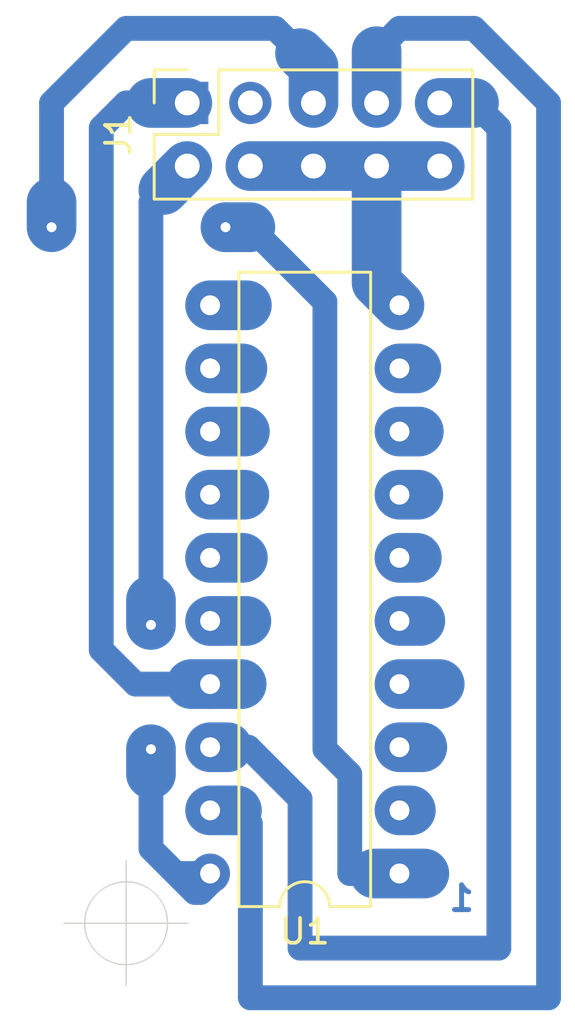
<source format=kicad_pcb>
(kicad_pcb (version 20171130) (host pcbnew 5.1.9)

  (general
    (thickness 1.6)
    (drawings 13)
    (tracks 85)
    (zones 0)
    (modules 2)
    (nets 22)
  )

  (page A4)
  (layers
    (0 F.Cu signal)
    (31 B.Cu signal)
    (32 B.Adhes user)
    (33 F.Adhes user)
    (34 B.Paste user)
    (35 F.Paste user)
    (36 B.SilkS user)
    (37 F.SilkS user)
    (38 B.Mask user)
    (39 F.Mask user)
    (40 Dwgs.User user)
    (41 Cmts.User user)
    (42 Eco1.User user)
    (43 Eco2.User user)
    (44 Edge.Cuts user)
    (45 Margin user)
    (46 B.CrtYd user)
    (47 F.CrtYd user)
    (48 B.Fab user)
    (49 F.Fab user)
  )

  (setup
    (last_trace_width 0.25)
    (user_trace_width 0.5)
    (user_trace_width 1)
    (user_trace_width 2)
    (trace_clearance 0.2)
    (zone_clearance 0.508)
    (zone_45_only no)
    (trace_min 0.2)
    (via_size 0.8)
    (via_drill 0.4)
    (via_min_size 0.4)
    (via_min_drill 0.3)
    (uvia_size 0.3)
    (uvia_drill 0.1)
    (uvias_allowed no)
    (uvia_min_size 0.2)
    (uvia_min_drill 0.1)
    (edge_width 0.05)
    (segment_width 0.2)
    (pcb_text_width 0.3)
    (pcb_text_size 1.5 1.5)
    (mod_edge_width 0.12)
    (mod_text_size 1 1)
    (mod_text_width 0.15)
    (pad_size 1.524 1.524)
    (pad_drill 0.762)
    (pad_to_mask_clearance 0)
    (aux_axis_origin 0 0)
    (visible_elements FFFFFF7F)
    (pcbplotparams
      (layerselection 0x00840_fffffffe)
      (usegerberextensions false)
      (usegerberattributes true)
      (usegerberadvancedattributes true)
      (creategerberjobfile true)
      (excludeedgelayer true)
      (linewidth 0.100000)
      (plotframeref false)
      (viasonmask false)
      (mode 1)
      (useauxorigin false)
      (hpglpennumber 1)
      (hpglpenspeed 20)
      (hpglpendiameter 15.000000)
      (psnegative false)
      (psa4output false)
      (plotreference true)
      (plotvalue true)
      (plotinvisibletext false)
      (padsonsilk false)
      (subtractmaskfromsilk false)
      (outputformat 1)
      (mirror false)
      (drillshape 0)
      (scaleselection 1)
      (outputdirectory "Gerber/"))
  )

  (net 0 "")
  (net 1 /GND)
  (net 2 /MISO)
  (net 3 /SCK)
  (net 4 /RESET)
  (net 5 "Net-(J1-Pad3)")
  (net 6 /+5V)
  (net 7 /MOSI)
  (net 8 "Net-(U1-Pad9)")
  (net 9 "Net-(U1-Pad8)")
  (net 10 "Net-(U1-Pad7)")
  (net 11 "Net-(U1-Pad16)")
  (net 12 "Net-(U1-Pad6)")
  (net 13 "Net-(U1-Pad15)")
  (net 14 "Net-(U1-Pad5)")
  (net 15 "Net-(U1-Pad14)")
  (net 16 "Net-(U1-Pad4)")
  (net 17 "Net-(U1-Pad13)")
  (net 18 "Net-(U1-Pad3)")
  (net 19 "Net-(U1-Pad12)")
  (net 20 "Net-(U1-Pad2)")
  (net 21 "Net-(U1-Pad11)")

  (net_class Default "This is the default net class."
    (clearance 0.2)
    (trace_width 0.25)
    (via_dia 0.8)
    (via_drill 0.4)
    (uvia_dia 0.3)
    (uvia_drill 0.1)
    (add_net /+5V)
    (add_net /GND)
    (add_net /MISO)
    (add_net /MOSI)
    (add_net /RESET)
    (add_net /SCK)
    (add_net "Net-(J1-Pad3)")
    (add_net "Net-(U1-Pad11)")
    (add_net "Net-(U1-Pad12)")
    (add_net "Net-(U1-Pad13)")
    (add_net "Net-(U1-Pad14)")
    (add_net "Net-(U1-Pad15)")
    (add_net "Net-(U1-Pad16)")
    (add_net "Net-(U1-Pad2)")
    (add_net "Net-(U1-Pad3)")
    (add_net "Net-(U1-Pad4)")
    (add_net "Net-(U1-Pad5)")
    (add_net "Net-(U1-Pad6)")
    (add_net "Net-(U1-Pad7)")
    (add_net "Net-(U1-Pad8)")
    (add_net "Net-(U1-Pad9)")
  )

  (module Package_DIP:DIP-20_W7.62mm (layer F.Cu) (tedit 5A02E8C5) (tstamp 608771A4)
    (at 141 115 180)
    (descr "20-lead though-hole mounted DIP package, row spacing 7.62 mm (300 mils)")
    (tags "THT DIP DIL PDIP 2.54mm 7.62mm 300mil")
    (path /60874877)
    (fp_text reference U1 (at 3.81 -2.33) (layer F.SilkS)
      (effects (font (size 1 1) (thickness 0.15)))
    )
    (fp_text value ATtiny2313-20PU (at 3.81 25.19) (layer F.Fab)
      (effects (font (size 1 1) (thickness 0.15)))
    )
    (fp_line (start 1.635 -1.27) (end 6.985 -1.27) (layer F.Fab) (width 0.1))
    (fp_line (start 6.985 -1.27) (end 6.985 24.13) (layer F.Fab) (width 0.1))
    (fp_line (start 6.985 24.13) (end 0.635 24.13) (layer F.Fab) (width 0.1))
    (fp_line (start 0.635 24.13) (end 0.635 -0.27) (layer F.Fab) (width 0.1))
    (fp_line (start 0.635 -0.27) (end 1.635 -1.27) (layer F.Fab) (width 0.1))
    (fp_line (start 2.81 -1.33) (end 1.16 -1.33) (layer F.SilkS) (width 0.12))
    (fp_line (start 1.16 -1.33) (end 1.16 24.19) (layer F.SilkS) (width 0.12))
    (fp_line (start 1.16 24.19) (end 6.46 24.19) (layer F.SilkS) (width 0.12))
    (fp_line (start 6.46 24.19) (end 6.46 -1.33) (layer F.SilkS) (width 0.12))
    (fp_line (start 6.46 -1.33) (end 4.81 -1.33) (layer F.SilkS) (width 0.12))
    (fp_line (start -1.1 -1.55) (end -1.1 24.4) (layer F.CrtYd) (width 0.05))
    (fp_line (start -1.1 24.4) (end 8.7 24.4) (layer F.CrtYd) (width 0.05))
    (fp_line (start 8.7 24.4) (end 8.7 -1.55) (layer F.CrtYd) (width 0.05))
    (fp_line (start 8.7 -1.55) (end -1.1 -1.55) (layer F.CrtYd) (width 0.05))
    (fp_text user %R (at 3.81 11.43) (layer F.Fab)
      (effects (font (size 1 1) (thickness 0.15)))
    )
    (fp_arc (start 3.81 -1.33) (end 2.81 -1.33) (angle -180) (layer F.SilkS) (width 0.12))
    (pad 20 thru_hole oval (at 7.62 0 180) (size 1.6 1.6) (drill 0.8) (layers *.Cu *.Mask)
      (net 6 /+5V))
    (pad 10 thru_hole oval (at 0 22.86 180) (size 1.6 1.6) (drill 0.8) (layers *.Cu *.Mask)
      (net 1 /GND))
    (pad 19 thru_hole oval (at 7.62 2.54 180) (size 1.6 1.6) (drill 0.8) (layers *.Cu *.Mask)
      (net 3 /SCK))
    (pad 9 thru_hole oval (at 0 20.32 180) (size 1.6 1.6) (drill 0.8) (layers *.Cu *.Mask)
      (net 8 "Net-(U1-Pad9)"))
    (pad 18 thru_hole oval (at 7.62 5.08 180) (size 1.6 1.6) (drill 0.8) (layers *.Cu *.Mask)
      (net 2 /MISO))
    (pad 8 thru_hole oval (at 0 17.78 180) (size 1.6 1.6) (drill 0.8) (layers *.Cu *.Mask)
      (net 9 "Net-(U1-Pad8)"))
    (pad 17 thru_hole oval (at 7.62 7.62 180) (size 1.6 1.6) (drill 0.8) (layers *.Cu *.Mask)
      (net 7 /MOSI))
    (pad 7 thru_hole oval (at 0 15.24 180) (size 1.6 1.6) (drill 0.8) (layers *.Cu *.Mask)
      (net 10 "Net-(U1-Pad7)"))
    (pad 16 thru_hole oval (at 7.62 10.16 180) (size 1.6 1.6) (drill 0.8) (layers *.Cu *.Mask)
      (net 11 "Net-(U1-Pad16)"))
    (pad 6 thru_hole oval (at 0 12.7 180) (size 1.6 1.6) (drill 0.8) (layers *.Cu *.Mask)
      (net 12 "Net-(U1-Pad6)"))
    (pad 15 thru_hole oval (at 7.62 12.7 180) (size 1.6 1.6) (drill 0.8) (layers *.Cu *.Mask)
      (net 13 "Net-(U1-Pad15)"))
    (pad 5 thru_hole oval (at 0 10.16 180) (size 1.6 1.6) (drill 0.8) (layers *.Cu *.Mask)
      (net 14 "Net-(U1-Pad5)"))
    (pad 14 thru_hole oval (at 7.62 15.24 180) (size 1.6 1.6) (drill 0.8) (layers *.Cu *.Mask)
      (net 15 "Net-(U1-Pad14)"))
    (pad 4 thru_hole oval (at 0 7.62 180) (size 1.6 1.6) (drill 0.8) (layers *.Cu *.Mask)
      (net 16 "Net-(U1-Pad4)"))
    (pad 13 thru_hole oval (at 7.62 17.78 180) (size 1.6 1.6) (drill 0.8) (layers *.Cu *.Mask)
      (net 17 "Net-(U1-Pad13)"))
    (pad 3 thru_hole oval (at 0 5.08 180) (size 1.6 1.6) (drill 0.8) (layers *.Cu *.Mask)
      (net 18 "Net-(U1-Pad3)"))
    (pad 12 thru_hole oval (at 7.62 20.32 180) (size 1.6 1.6) (drill 0.8) (layers *.Cu *.Mask)
      (net 19 "Net-(U1-Pad12)"))
    (pad 2 thru_hole oval (at 0 2.54 180) (size 1.6 1.6) (drill 0.8) (layers *.Cu *.Mask)
      (net 20 "Net-(U1-Pad2)"))
    (pad 11 thru_hole oval (at 7.62 22.86 180) (size 1.6 1.6) (drill 0.8) (layers *.Cu *.Mask)
      (net 21 "Net-(U1-Pad11)"))
    (pad 1 thru_hole rect (at 0 0 180) (size 1.6 1.6) (drill 0.8) (layers *.Cu *.Mask)
      (net 4 /RESET))
    (model ${KISYS3DMOD}/Package_DIP.3dshapes/DIP-20_W7.62mm.wrl
      (at (xyz 0 0 0))
      (scale (xyz 1 1 1))
      (rotate (xyz 0 0 0))
    )
  )

  (module Connector_PinSocket_2.54mm:PinSocket_2x05_P2.54mm_Vertical (layer F.Cu) (tedit 5A19A42B) (tstamp 60877441)
    (at 132.46 84 90)
    (descr "Through hole straight socket strip, 2x05, 2.54mm pitch, double cols (from Kicad 4.0.7), script generated")
    (tags "Through hole socket strip THT 2x05 2.54mm double row")
    (path /60873DC2)
    (fp_text reference J1 (at -1.27 -2.77 90) (layer F.SilkS)
      (effects (font (size 1 1) (thickness 0.15)))
    )
    (fp_text value "ISP connector" (at -1.27 12.93 90) (layer F.Fab)
      (effects (font (size 1 1) (thickness 0.15)))
    )
    (fp_line (start -3.81 -1.27) (end 0.27 -1.27) (layer F.Fab) (width 0.1))
    (fp_line (start 0.27 -1.27) (end 1.27 -0.27) (layer F.Fab) (width 0.1))
    (fp_line (start 1.27 -0.27) (end 1.27 11.43) (layer F.Fab) (width 0.1))
    (fp_line (start 1.27 11.43) (end -3.81 11.43) (layer F.Fab) (width 0.1))
    (fp_line (start -3.81 11.43) (end -3.81 -1.27) (layer F.Fab) (width 0.1))
    (fp_line (start -3.87 -1.33) (end -1.27 -1.33) (layer F.SilkS) (width 0.12))
    (fp_line (start -3.87 -1.33) (end -3.87 11.49) (layer F.SilkS) (width 0.12))
    (fp_line (start -3.87 11.49) (end 1.33 11.49) (layer F.SilkS) (width 0.12))
    (fp_line (start 1.33 1.27) (end 1.33 11.49) (layer F.SilkS) (width 0.12))
    (fp_line (start -1.27 1.27) (end 1.33 1.27) (layer F.SilkS) (width 0.12))
    (fp_line (start -1.27 -1.33) (end -1.27 1.27) (layer F.SilkS) (width 0.12))
    (fp_line (start 1.33 -1.33) (end 1.33 0) (layer F.SilkS) (width 0.12))
    (fp_line (start 0 -1.33) (end 1.33 -1.33) (layer F.SilkS) (width 0.12))
    (fp_line (start -4.34 -1.8) (end 1.76 -1.8) (layer F.CrtYd) (width 0.05))
    (fp_line (start 1.76 -1.8) (end 1.76 11.9) (layer F.CrtYd) (width 0.05))
    (fp_line (start 1.76 11.9) (end -4.34 11.9) (layer F.CrtYd) (width 0.05))
    (fp_line (start -4.34 11.9) (end -4.34 -1.8) (layer F.CrtYd) (width 0.05))
    (fp_text user %R (at -1.27 5.08) (layer F.Fab)
      (effects (font (size 1 1) (thickness 0.15)))
    )
    (pad 10 thru_hole oval (at -2.54 10.16 90) (size 1.7 1.7) (drill 1) (layers *.Cu *.Mask)
      (net 1 /GND))
    (pad 9 thru_hole oval (at 0 10.16 90) (size 1.7 1.7) (drill 1) (layers *.Cu *.Mask)
      (net 2 /MISO))
    (pad 8 thru_hole oval (at -2.54 7.62 90) (size 1.7 1.7) (drill 1) (layers *.Cu *.Mask)
      (net 1 /GND))
    (pad 7 thru_hole oval (at 0 7.62 90) (size 1.7 1.7) (drill 1) (layers *.Cu *.Mask)
      (net 3 /SCK))
    (pad 6 thru_hole oval (at -2.54 5.08 90) (size 1.7 1.7) (drill 1) (layers *.Cu *.Mask)
      (net 1 /GND))
    (pad 5 thru_hole oval (at 0 5.08 90) (size 1.7 1.7) (drill 1) (layers *.Cu *.Mask)
      (net 4 /RESET))
    (pad 4 thru_hole oval (at -2.54 2.54 90) (size 1.7 1.7) (drill 1) (layers *.Cu *.Mask)
      (net 1 /GND))
    (pad 3 thru_hole oval (at 0 2.54 90) (size 1.7 1.7) (drill 1) (layers *.Cu *.Mask)
      (net 5 "Net-(J1-Pad3)"))
    (pad 2 thru_hole oval (at -2.54 0 90) (size 1.7 1.7) (drill 1) (layers *.Cu *.Mask)
      (net 6 /+5V))
    (pad 1 thru_hole rect (at 0 0 90) (size 1.7 1.7) (drill 1) (layers *.Cu *.Mask)
      (net 7 /MOSI))
    (model ${KISYS3DMOD}/Connector_PinSocket_2.54mm.3dshapes/PinSocket_2x05_P2.54mm_Vertical.wrl
      (at (xyz 0 0 0))
      (scale (xyz 1 1 1))
      (rotate (xyz 0 0 0))
    )
  )

  (gr_text 1 (at 143.5 116) (layer B.Cu)
    (effects (font (size 1 1) (thickness 0.2)) (justify mirror))
  )
  (target plus (at 130 117) (size 5) (width 0.05) (layer Edge.Cuts))
  (target plus (at 130 117) (size 5) (width 0.05) (layer Edge.Cuts))
  (gr_text "23 mm" (at 128 120) (layer Eco2.User)
    (effects (font (size 1 1) (thickness 0.15)))
  )
  (gr_text "41 mm" (at 126 115 90) (layer Eco2.User)
    (effects (font (size 1 1) (thickness 0.15)))
  )
  (gr_line (start 148 80) (end 148 121) (layer Eco2.User) (width 0.15) (tstamp 608776E2))
  (gr_line (start 125 80) (end 148 80) (layer Eco2.User) (width 0.15))
  (gr_line (start 125 121) (end 125 80) (layer Eco2.User) (width 0.15))
  (gr_line (start 126 121) (end 125 121) (layer Eco2.User) (width 0.15))
  (gr_line (start 127 121) (end 126 121) (layer Eco2.User) (width 0.15))
  (gr_line (start 128 121) (end 127 121) (layer Eco2.User) (width 0.15))
  (gr_line (start 130 121) (end 128 121) (layer Eco2.User) (width 0.15))
  (gr_line (start 148 121) (end 130 121) (layer Eco2.User) (width 0.15))

  (segment (start 135 86.54) (end 137.54 86.54) (width 2) (layer B.Cu) (net 1))
  (segment (start 137.54 86.54) (end 140.08 86.54) (width 2) (layer B.Cu) (net 1))
  (segment (start 140.08 86.54) (end 142.62 86.54) (width 2) (layer B.Cu) (net 1))
  (segment (start 140.08 91.22) (end 141 92.14) (width 2) (layer B.Cu) (net 1))
  (segment (start 140.08 86.54) (end 140.08 91.22) (width 2) (layer B.Cu) (net 1))
  (segment (start 142.62 84) (end 144 84) (width 2) (layer B.Cu) (net 2))
  (segment (start 133.38 109.92) (end 134.08 109.92) (width 2) (layer B.Cu) (net 2))
  (segment (start 144 84) (end 145 85) (width 1) (layer B.Cu) (net 2))
  (segment (start 145 85) (end 145 118) (width 1) (layer B.Cu) (net 2))
  (segment (start 137 118) (end 137 112) (width 1) (layer B.Cu) (net 2))
  (segment (start 145 118) (end 137 118) (width 1) (layer B.Cu) (net 2))
  (segment (start 137 112) (end 134.92 109.92) (width 1) (layer B.Cu) (net 2))
  (segment (start 134.92 109.92) (end 134.08 109.92) (width 1) (layer B.Cu) (net 2))
  (segment (start 140.08 84) (end 140.08 81.92) (width 2) (layer B.Cu) (net 3))
  (segment (start 133.38 112.46) (end 134.46 112.46) (width 2) (layer B.Cu) (net 3))
  (segment (start 134.46 112.46) (end 135 113) (width 1) (layer B.Cu) (net 3))
  (segment (start 135 113) (end 135 120) (width 1) (layer B.Cu) (net 3))
  (segment (start 147 120) (end 147 84) (width 1) (layer B.Cu) (net 3))
  (segment (start 135 120) (end 147 120) (width 1) (layer B.Cu) (net 3))
  (segment (start 147 84) (end 144 81) (width 1) (layer B.Cu) (net 3))
  (segment (start 144 81) (end 141 81) (width 1) (layer B.Cu) (net 3))
  (segment (start 141 81) (end 140.08 81.92) (width 1) (layer B.Cu) (net 3))
  (segment (start 136 81) (end 130 81) (width 1) (layer B.Cu) (net 4))
  (segment (start 130 81) (end 127 84) (width 1) (layer B.Cu) (net 4))
  (segment (start 137.54 84) (end 137.54 83.54) (width 2) (layer B.Cu) (net 4))
  (segment (start 137.54 83.54) (end 137.54 82.54) (width 1) (layer B.Cu) (net 4))
  (segment (start 137.54 82.54) (end 137 82) (width 2) (layer B.Cu) (net 4))
  (segment (start 137.54 84) (end 137.54 82.54) (width 2) (layer B.Cu) (net 4))
  (segment (start 137 82) (end 136 81) (width 1) (layer B.Cu) (net 4))
  (segment (start 141 115) (end 140 115) (width 2) (layer B.Cu) (net 4))
  (segment (start 141 115) (end 142 115) (width 2) (layer B.Cu) (net 4))
  (segment (start 138 92) (end 136 90) (width 1) (layer B.Cu) (net 4))
  (segment (start 139 111) (end 138 110) (width 1) (layer B.Cu) (net 4))
  (segment (start 139 115) (end 139 111) (width 1) (layer B.Cu) (net 4))
  (segment (start 138 110) (end 138 92) (width 1) (layer B.Cu) (net 4))
  (segment (start 140 115) (end 139 115) (width 1) (layer B.Cu) (net 4))
  (segment (start 136 90) (end 135 89) (width 1) (layer B.Cu) (net 4))
  (segment (start 127 84) (end 127 89) (width 1) (layer B.Cu) (net 4))
  (segment (start 134 89) (end 134 89) (width 2) (layer B.Cu) (net 4))
  (segment (start 127 88) (end 127 89) (width 2) (layer B.Cu) (net 4))
  (segment (start 134 89) (end 135 89) (width 2) (layer B.Cu) (net 4) (tstamp 60877662))
  (via (at 134 89) (size 0.8) (drill 0.4) (layers F.Cu B.Cu) (net 4))
  (segment (start 127 89) (end 127 89) (width 1) (layer B.Cu) (net 4) (tstamp 60877664))
  (via (at 127 89) (size 0.8) (drill 0.4) (layers F.Cu B.Cu) (net 4))
  (segment (start 132.46 86.54) (end 131.5 87.5) (width 2) (layer B.Cu) (net 6))
  (segment (start 131.5 87.5) (end 131 88) (width 1) (layer B.Cu) (net 6))
  (segment (start 131 105) (end 131 105) (width 1) (layer B.Cu) (net 6) (tstamp 60877666))
  (via (at 131 105) (size 0.8) (drill 0.4) (layers F.Cu B.Cu) (net 6))
  (segment (start 131 110) (end 131 110) (width 1) (layer B.Cu) (net 6) (tstamp 60877668))
  (via (at 131 110) (size 0.8) (drill 0.4) (layers F.Cu B.Cu) (net 6))
  (segment (start 131 105) (end 131 104) (width 2) (layer B.Cu) (net 6))
  (segment (start 131 88) (end 131 104) (width 1) (layer B.Cu) (net 6))
  (segment (start 131 110) (end 131 111) (width 2) (layer B.Cu) (net 6))
  (segment (start 131 114) (end 131 111) (width 1) (layer B.Cu) (net 6))
  (segment (start 132.76 115.76) (end 131 114) (width 1) (layer B.Cu) (net 6))
  (segment (start 133 115.76) (end 132.76 115.76) (width 1) (layer B.Cu) (net 6))
  (segment (start 133.38 115.38) (end 133 115.76) (width 1) (layer B.Cu) (net 6))
  (segment (start 133.38 115) (end 133.38 115.38) (width 1) (layer B.Cu) (net 6))
  (segment (start 133.38 115) (end 132 115) (width 1) (layer B.Cu) (net 6))
  (segment (start 130 84) (end 129 85) (width 1) (layer B.Cu) (net 7))
  (segment (start 129 85) (end 129 106) (width 1) (layer B.Cu) (net 7))
  (segment (start 129 106) (end 130.38 107.38) (width 1) (layer B.Cu) (net 7))
  (segment (start 132.46 84) (end 131 84) (width 2) (layer B.Cu) (net 7))
  (segment (start 131 84) (end 130 84) (width 1) (layer B.Cu) (net 7))
  (segment (start 133.38 107.38) (end 132.62 107.38) (width 2) (layer B.Cu) (net 7))
  (segment (start 130.38 107.38) (end 132.62 107.38) (width 1) (layer B.Cu) (net 7))
  (segment (start 133.38 107.38) (end 134.651283 107.38) (width 2) (layer B.Cu) (net 7))
  (segment (start 141 94.68) (end 141.68 94.68) (width 2) (layer B.Cu) (net 8))
  (segment (start 141 97.22) (end 141.78 97.22) (width 2) (layer B.Cu) (net 9))
  (segment (start 141 99.76) (end 141.76 99.76) (width 2) (layer B.Cu) (net 10))
  (segment (start 133.38 104.84) (end 133.84 104.84) (width 2) (layer B.Cu) (net 11))
  (segment (start 133.38 104.84) (end 134.84 104.84) (width 2) (layer B.Cu) (net 11))
  (segment (start 141 102.3) (end 141.3 102.3) (width 2) (layer B.Cu) (net 12))
  (segment (start 141 102.3) (end 141.7 102.3) (width 2) (layer B.Cu) (net 12))
  (segment (start 133.38 102.3) (end 133.7 102.3) (width 2) (layer B.Cu) (net 13))
  (segment (start 133.38 102.3) (end 134.7 102.3) (width 2) (layer B.Cu) (net 13))
  (segment (start 141 104.84) (end 141.84 104.84) (width 2) (layer B.Cu) (net 14))
  (segment (start 133.38 99.76) (end 133.76 99.76) (width 2) (layer B.Cu) (net 15))
  (segment (start 133.38 99.76) (end 134.76 99.76) (width 2) (layer B.Cu) (net 15))
  (segment (start 141 107.38) (end 142.62 107.38) (width 2) (layer B.Cu) (net 16))
  (segment (start 133.38 97.22) (end 134.78 97.22) (width 2) (layer B.Cu) (net 17))
  (segment (start 141 109.92) (end 141.92 109.92) (width 2) (layer B.Cu) (net 18))
  (segment (start 133.38 94.68) (end 134.68 94.68) (width 2) (layer B.Cu) (net 19))
  (segment (start 141 112.46) (end 141.46 112.46) (width 2) (layer B.Cu) (net 20))
  (segment (start 133.38 92.14) (end 134.86 92.14) (width 2) (layer B.Cu) (net 21))

)

</source>
